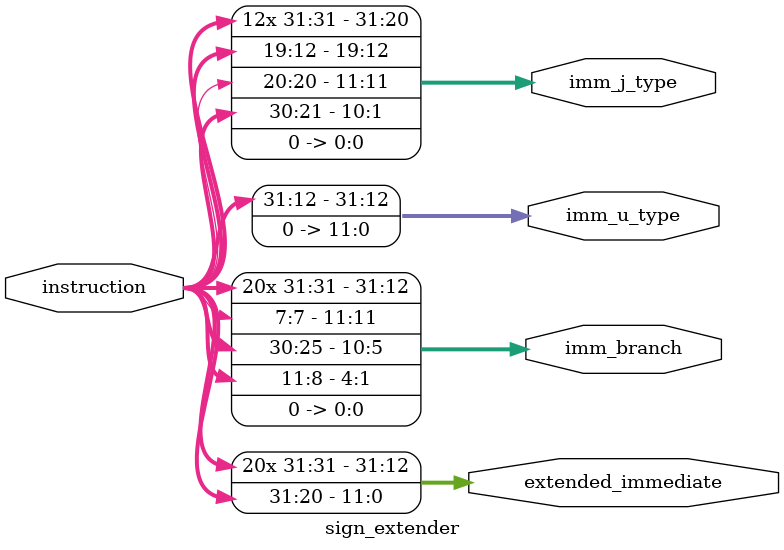
<source format=v>

module sign_extender (
    input wire [31:0] instruction,
    output wire [31:0] extended_immediate,
    output wire [31:0] imm_branch,
    output wire [31:0] imm_u_type,
    output wire [31:0] imm_j_type
);
    // B-type
    assign imm_branch = {{19{instruction[31]}}, instruction[31], instruction[7],
                     instruction[30:25], instruction[11:8], 1'b0};

    // Iタイプ命令の即値 (instruction[31:20]) を符号拡張
    // RISC-Vは下位12ビットの即値の場合、上位20ビットを最上位ビットで埋める
    assign extended_immediate = {{20{instruction[31]}}, instruction[31:20]};

    // U type
    assign imm_u_type = {instruction[31:12], 12'b0};

    // J type
    assign imm_j_type = {{12{instruction[31]}}, instruction[19:12], instruction[20], instruction[30:21], 1'b0};

endmodule
</source>
